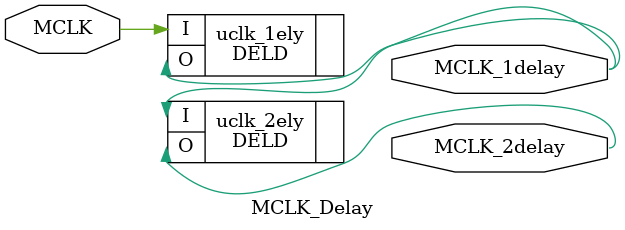
<source format=v>
`include "decode.v"

module MCLK_Delay (MCLK, MCLK_1delay, MCLK_2delay);
input              MCLK;
output             MCLK_1delay;
output             MCLK_2delay;

wire   MCLK_1delay, MCLK_2delay;

DELD uclk_1ely (.O (MCLK_1delay), .I (MCLK));
DELD uclk_2ely (.O (MCLK_2delay), .I (MCLK_1delay));

endmodule          // MCLK_Delay



</source>
